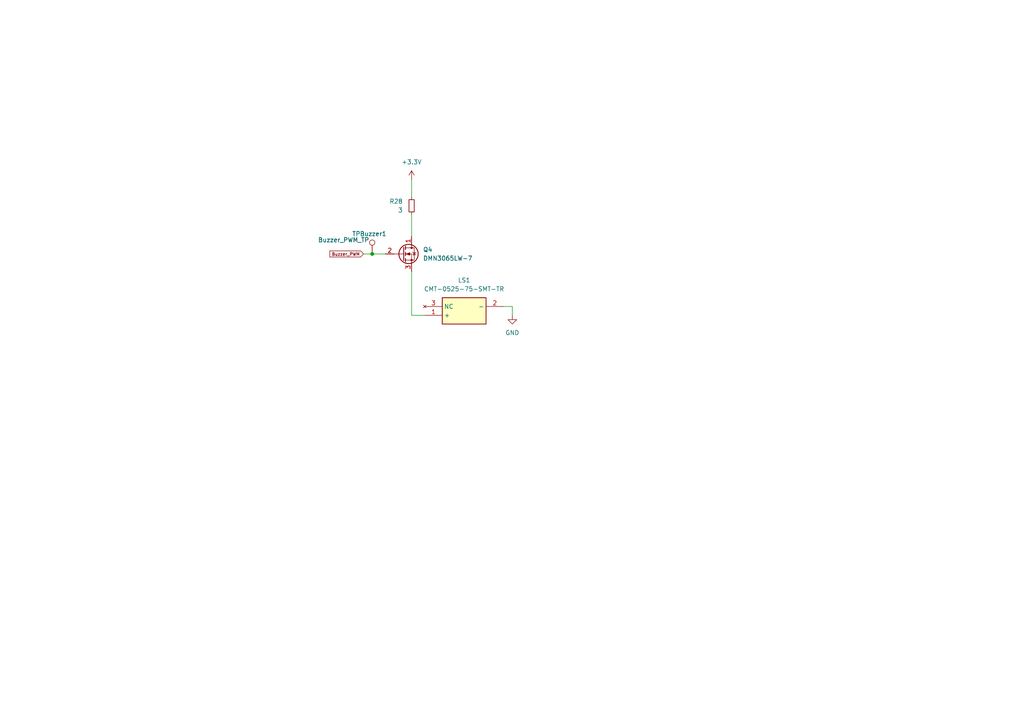
<source format=kicad_sch>
(kicad_sch (version 20250114) (generator "eeschema") (generator_version "9.0")
  (paper "A4")
  (lib_symbols
    (symbol "Connector:TestPoint" (pin_numbers (hide yes)) (pin_names (offset 0.762) (hide yes))
      (property "Reference" "TP" (at 0 6.858 0))
      (property "Value" "TestPoint" (at 0 5.08 0))
      (symbol "TestPoint_0_1"
        (circle (center 0 3.302) (radius 0.762))
      )
      (symbol "TestPoint_1_1"
        (pin passive line (at 0 0 90) (length 2.54) (name "1") (number "1"))
      )
    )
    (symbol "Device:Q_NMOS_DGS" (pin_names (offset 0) (hide yes))
      (property "Reference" "Q" (at 5.08 1.27 0))
      (property "Value" "Q_NMOS_DGS" (at 5.08 -1.27 0))
      (symbol "Q_NMOS_DGS_0_1"
        (polyline (pts (xy 0.254 1.905) (xy 0.254 -1.905)) (stroke (width 0.254)))
        (polyline (pts (xy 0.254 0) (xy -2.54 0)))
        (polyline (pts (xy 0.762 2.286) (xy 0.762 1.27)) (stroke (width 0.254)))
        (polyline (pts (xy 0.762 0.508) (xy 0.762 -0.508)) (stroke (width 0.254)))
        (polyline (pts (xy 0.762 -1.27) (xy 0.762 -2.286)) (stroke (width 0.254)))
        (polyline (pts (xy 0.762 -1.778) (xy 3.302 -1.778) (xy 3.302 1.778) (xy 0.762 1.778)))
        (polyline (pts (xy 1.016 0) (xy 2.032 0.381) (xy 2.032 -0.381) (xy 1.016 0)) (fill (type outline)))
        (circle (center 1.651 0) (radius 2.794) (stroke (width 0.254)))
        (polyline (pts (xy 2.54 2.54) (xy 2.54 1.778)))
        (circle (center 2.54 1.778) (radius 0.254) (fill (type outline)))
        (circle (center 2.54 -1.778) (radius 0.254) (fill (type outline)))
        (polyline (pts (xy 2.54 -2.54) (xy 2.54 0) (xy 0.762 0)))
        (polyline (pts (xy 2.794 0.508) (xy 2.921 0.381) (xy 3.683 0.381) (xy 3.81 0.254)))
        (polyline (pts (xy 3.302 0.381) (xy 2.921 -0.254) (xy 3.683 -0.254) (xy 3.302 0.381)))
      )
      (symbol "Q_NMOS_DGS_1_1"
        (pin input line (at -5.08 0 0) (length 2.54) (name "G") (number "2"))
        (pin passive line (at 2.54 5.08 270) (length 2.54) (name "D") (number "1"))
        (pin passive line (at 2.54 -5.08 90) (length 2.54) (name "S") (number "3"))
      )
    )
    (symbol "Device:R_Small" (pin_numbers (hide yes)) (pin_names (offset 0.254) (hide yes))
      (property "Reference" "R" (at 0.762 0.508 0))
      (property "Value" "R_Small" (at 0.762 -1.016 0))
      (symbol "R_Small_0_1"
        (rectangle (start -0.762 1.778) (end 0.762 -1.778) (stroke (width 0.2032)))
      )
      (symbol "R_Small_1_1"
        (pin passive line (at 0 2.54 270) (length 0.762) (name "~") (number "1"))
        (pin passive line (at 0 -2.54 90) (length 0.762) (name "~") (number "2"))
      )
    )
    (symbol "PAMI-Buzzer_CMT-0525-75-SMT-TR:CMT-0525-75-SMT-TR"
      (property "Reference" "LS" (at 19.05 7.62 0))
      (property "Value" "CMT-0525-75-SMT-TR" (at 19.05 5.08 0))
      (symbol "CMT-0525-75-SMT-TR_1_1"
        (rectangle (start 5.08 2.54) (end 17.78 -5.08) (stroke (width 0.254)) (fill (type background)))
        (pin no_connect line (at 0 0 0) (length 5.08) (name "NC") (number "3"))
        (pin passive line (at 0 -2.54 0) (length 5.08) (name "+") (number "1"))
        (pin passive line (at 22.86 0 180) (length 5.08) (name "-") (number "2"))
      )
    )
    (symbol "PAMI-Power_Board_specific_symbols:+3.3V" (power) (pin_numbers (hide yes)) (pin_names (offset 0) (hide yes))
      (property "Value" "+3.3V" (at 0 3.556 0))
      (symbol "+3.3V_0_1"
        (polyline (pts (xy -0.762 1.27) (xy 0 2.54)))
        (polyline (pts (xy 0 2.54) (xy 0.762 1.27)))
        (polyline (pts (xy 0 0) (xy 0 2.54)))
      )
      (symbol "+3.3V_1_1"
        (pin power_in line (at 0 0 90) (length 0) (name "~") (number "1"))
      )
    )
    (symbol "power:GND" (power) (pin_numbers (hide yes)) (pin_names (offset 0) (hide yes))
      (property "Value" "GND" (at 0 -3.81 0))
      (symbol "GND_0_1"
        (polyline (pts (xy 0 0) (xy 0 -1.27) (xy 1.27 -1.27) (xy 0 -2.54) (xy -1.27 -1.27) (xy 0 -1.27)))
      )
      (symbol "GND_1_1"
        (pin power_in line (at 0 0 270) (length 0) (name "~") (number "1"))
      )
    )
  )
  (junction (at 107.95 73.66))
  (wire (pts (xy 119.38 91.44) (xy 123.19 91.44)))
  (wire (pts (xy 119.38 52.07) (xy 119.38 57.15)))
  (wire (pts (xy 107.95 73.66) (xy 111.76 73.66)))
  (wire (pts (xy 119.38 62.23) (xy 119.38 68.58)))
  (wire (pts (xy 146.05 88.9) (xy 148.59 88.9)))
  (wire (pts (xy 119.38 78.74) (xy 119.38 91.44)))
  (wire (pts (xy 148.59 88.9) (xy 148.59 91.44)))
  (wire (pts (xy 105.41 73.66) (xy 107.95 73.66)))
  (global_label "Buzzer_PWM" (shape input) (at 105.41 73.66 180) (effects (font (size 0.889 0.889))) (property "Intersheetrefs" "${INTERSHEET_REFS}" (effects (hide yes))))
  (symbol (lib_id "Device:R_Small") (at 119.38 59.69 0) (mirror y) (unit 1)
    (property "Reference" "R28" (at 116.84 58.4199 0) (effects (justify left)))
    (property "Value" "3" (at 116.84 60.9599 0) (effects (justify left)))
    (property "Footprint" "Resistor_SMD:R_0805_2012Metric_Pad1.20x1.40mm_HandSolder" (effects (hide yes)))
    (property "Description" "Resistor, small symbol" (effects (hide yes)))
  )
  (symbol (lib_id "PAMI-Buzzer_CMT-0525-75-SMT-TR:CMT-0525-75-SMT-TR") (at 123.19 88.9 0) (unit 1)
    (property "Reference" "LS1" (at 134.62 81.28 0))
    (property "Value" "CMT-0525-75-SMT-TR" (at 134.62 83.82 0))
    (property "Footprint" "Buzzer_CMT-0525-75_SMT-TR:CMT052575SMTTR" (effects (hide yes)))
    (property "Datasheet" "https://datasheet.datasheetarchive.com/originals/distributors/Datasheets_SAMA/202edec26f194914f30bb21e54dbec55.pdf" (effects (hide yes)))
    (property "Description" "Speakers & Transducers buzzer, 5 mm, 2.5 mm deep, M, 3 V, 75 dB, Surface Mount (SMT), Audio Transducer" (effects (hide yes)))
    (property "Height" "2.8" (effects (hide yes)))
    (property "Manufacturer_Name" "CUI Devices" (effects (hide yes)))
    (property "Manufacturer_Part_Number" "CMT-0525-75-SMT-TR" (effects (hide yes)))
    (property "Mouser Part Number" "490-CMT-0525-75SMTTR" (effects (hide yes)))
    (property "Mouser Price/Stock" "https://www.mouser.co.uk/ProductDetail/CUI-Devices/CMT-0525-75-SMT-TR?qs=P1JMDcb91o4IJjUmKL6vpA%3D%3D" (effects (hide yes)))
  )
  (symbol (lib_id "Connector:TestPoint") (at 107.95 73.66 0) (unit 1)
    (property "Reference" "TPBuzzer1" (at 102.108 67.818 0) (effects (justify left)))
    (property "Value" "Buzzer_PWM_TP" (at 92.202 69.596 0) (effects (justify left)))
    (property "Footprint" "Test_hooks:S275146R" (effects (hide yes)))
    (property "Description" "test point" (effects (hide yes)))
  )
  (symbol (lib_id "Device:Q_NMOS_DGS") (at 116.84 73.66 0) (unit 1)
    (property "Reference" "Q4" (at 122.682 72.3899 0) (effects (justify left)))
    (property "Value" "DMN3065LW-7" (at 122.682 74.9299 0) (effects (justify left)))
    (property "Footprint" "Mosfet_Transistor_DMN3065LW-7:SOT65P210X110-3N" (effects (hide yes)))
  )
  (symbol (lib_id "power:GND") (at 148.59 91.44 0) (unit 1)
    (property "Reference" "#PWR093" (effects (hide yes)))
    (property "Value" "GND" (at 148.59 96.52 0))
    (property "Description" "Power symbol creates a global label with name \"GND\" , ground" (effects (hide yes)))
  )
  (symbol (lib_id "PAMI-Power_Board_specific_symbols:+3.3V") (at 119.38 52.07 0) (unit 1)
    (property "Reference" "#PWR094" (effects (hide yes)))
    (property "Value" "+3.3V" (at 119.38 46.99 0))
    (property "Description" "Power symbol creates a global label with name \"+3.3V\"" (effects (hide yes)))
  )
)
</source>
